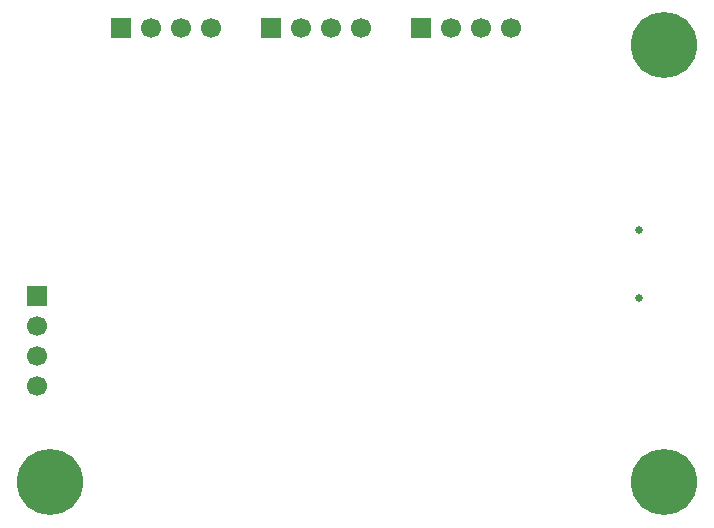
<source format=gbr>
%TF.GenerationSoftware,KiCad,Pcbnew,9.0.3*%
%TF.CreationDate,2025-07-27T17:57:50+02:00*%
%TF.ProjectId,LoRa_Project,4c6f5261-5f50-4726-9f6a-6563742e6b69,rev?*%
%TF.SameCoordinates,Original*%
%TF.FileFunction,Soldermask,Bot*%
%TF.FilePolarity,Negative*%
%FSLAX46Y46*%
G04 Gerber Fmt 4.6, Leading zero omitted, Abs format (unit mm)*
G04 Created by KiCad (PCBNEW 9.0.3) date 2025-07-27 17:57:50*
%MOMM*%
%LPD*%
G01*
G04 APERTURE LIST*
%ADD10R,1.700000X1.700000*%
%ADD11C,1.700000*%
%ADD12C,3.600000*%
%ADD13C,5.600000*%
%ADD14C,0.650000*%
G04 APERTURE END LIST*
D10*
%TO.C,J3*%
X212690000Y-54500000D03*
D11*
X215230000Y-54500000D03*
X217770000Y-54500000D03*
X220310000Y-54500000D03*
%TD*%
D12*
%TO.C,H3*%
X194000000Y-93000000D03*
D13*
X194000000Y-93000000D03*
%TD*%
D10*
%TO.C,J7*%
X192900000Y-77216000D03*
D11*
X192900000Y-79756000D03*
X192900000Y-82296000D03*
X192900000Y-84836000D03*
%TD*%
D14*
%TO.C,J2*%
X243895000Y-77390000D03*
X243895000Y-71610000D03*
%TD*%
D12*
%TO.C,H2*%
X245999999Y-56000001D03*
D13*
X245999999Y-56000001D03*
%TD*%
D10*
%TO.C,J6*%
X225420001Y-54500000D03*
D11*
X227960001Y-54500000D03*
X230500001Y-54500000D03*
X233040001Y-54500000D03*
%TD*%
D10*
%TO.C,J1*%
X200000000Y-54500000D03*
D11*
X202540000Y-54500000D03*
X205080000Y-54500000D03*
X207620000Y-54500000D03*
%TD*%
D12*
%TO.C,H4*%
X245999999Y-92999999D03*
D13*
X245999999Y-92999999D03*
%TD*%
M02*

</source>
